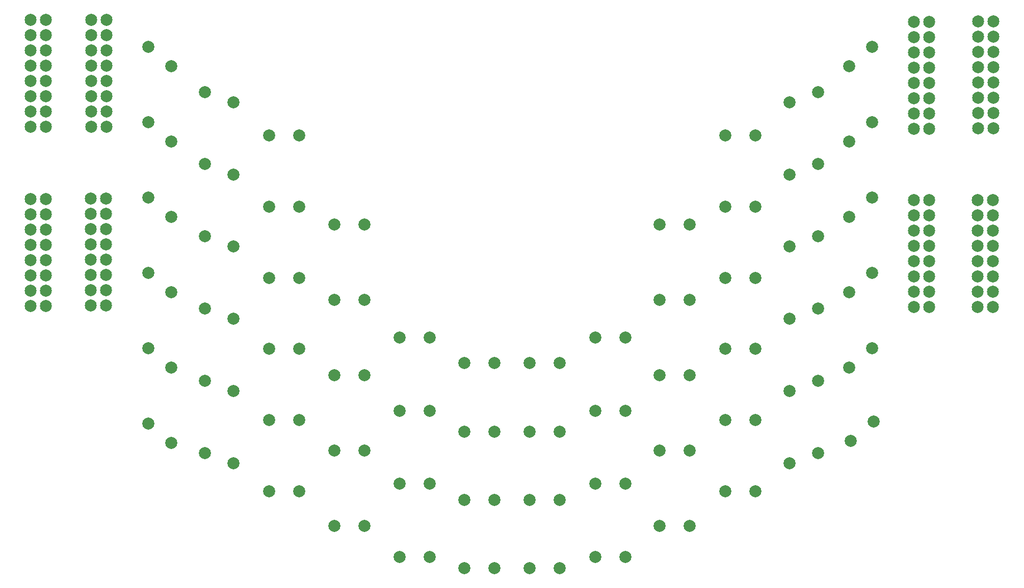
<source format=gbr>
G04 EAGLE Gerber RS-274X export*
G75*
%MOMM*%
%FSLAX34Y34*%
%LPD*%
%INSoldermask Top*%
%IPPOS*%
%AMOC8*
5,1,8,0,0,1.08239X$1,22.5*%
G01*
%ADD10C,1.993900*%
%ADD11C,2.003200*%


D10*
X1584198Y961644D03*
X1609598Y961644D03*
X1584198Y936244D03*
X1609598Y936244D03*
X1584198Y910844D03*
X1609598Y910844D03*
X1584198Y885444D03*
X1609598Y885444D03*
X1584198Y860044D03*
X1609598Y860044D03*
X1584198Y834644D03*
X1609598Y834644D03*
X1584198Y809244D03*
X1609598Y809244D03*
X1584198Y783844D03*
X1609598Y783844D03*
X1583944Y665480D03*
X1609344Y665480D03*
X1583944Y640080D03*
X1609344Y640080D03*
X1583944Y614680D03*
X1609344Y614680D03*
X1583944Y589280D03*
X1609344Y589280D03*
X1583944Y563880D03*
X1609344Y563880D03*
X1583944Y538480D03*
X1609344Y538480D03*
X1583944Y513080D03*
X1609344Y513080D03*
X1583944Y487680D03*
X1609344Y487680D03*
X1690116Y665480D03*
X1715516Y665480D03*
X1690116Y640080D03*
X1715516Y640080D03*
X1690116Y614680D03*
X1715516Y614680D03*
X1690116Y589280D03*
X1715516Y589280D03*
X1690116Y563880D03*
X1715516Y563880D03*
X1690116Y538480D03*
X1715516Y538480D03*
X1690116Y513080D03*
X1715516Y513080D03*
X1690116Y487680D03*
X1715516Y487680D03*
X1691132Y962660D03*
X1716532Y962660D03*
X1691132Y937260D03*
X1716532Y937260D03*
X1691132Y911860D03*
X1716532Y911860D03*
X1691132Y886460D03*
X1716532Y886460D03*
X1691132Y861060D03*
X1716532Y861060D03*
X1691132Y835660D03*
X1716532Y835660D03*
X1691132Y810260D03*
X1716532Y810260D03*
X1691132Y784860D03*
X1716532Y784860D03*
X216408Y667766D03*
X241808Y667766D03*
X216408Y642366D03*
X241808Y642366D03*
X216408Y616966D03*
X241808Y616966D03*
X216408Y591566D03*
X241808Y591566D03*
X216408Y566166D03*
X241808Y566166D03*
X216408Y540766D03*
X241808Y540766D03*
X216408Y515366D03*
X241808Y515366D03*
X216408Y489966D03*
X241808Y489966D03*
X217424Y965454D03*
X242824Y965454D03*
X217424Y940054D03*
X242824Y940054D03*
X217424Y914654D03*
X242824Y914654D03*
X217424Y889254D03*
X242824Y889254D03*
X217424Y863854D03*
X242824Y863854D03*
X217424Y838454D03*
X242824Y838454D03*
X217424Y813054D03*
X242824Y813054D03*
X217424Y787654D03*
X242824Y787654D03*
X116586Y965200D03*
X141986Y965200D03*
X116586Y939800D03*
X141986Y939800D03*
X116586Y914400D03*
X141986Y914400D03*
X116586Y889000D03*
X141986Y889000D03*
X116586Y863600D03*
X141986Y863600D03*
X116586Y838200D03*
X141986Y838200D03*
X116586Y812800D03*
X141986Y812800D03*
X116586Y787400D03*
X141986Y787400D03*
X116586Y667512D03*
X141986Y667512D03*
X116586Y642112D03*
X141986Y642112D03*
X116586Y616712D03*
X141986Y616712D03*
X116586Y591312D03*
X141986Y591312D03*
X116586Y565912D03*
X141986Y565912D03*
X116586Y540512D03*
X141986Y540512D03*
X116586Y515112D03*
X141986Y515112D03*
X116586Y489712D03*
X141986Y489712D03*
D11*
X1377760Y828247D03*
X1424744Y845348D03*
X1476800Y887781D03*
X1515103Y919920D03*
X1377760Y708189D03*
X1424744Y725290D03*
X1476800Y762515D03*
X1515103Y794654D03*
X1377760Y588131D03*
X1424744Y605232D03*
X1476800Y637248D03*
X1515103Y669388D03*
X1377760Y468073D03*
X1424744Y485174D03*
X1476800Y511982D03*
X1515103Y544122D03*
X1161650Y499436D03*
X1211650Y499436D03*
X1161650Y374144D03*
X1211650Y374144D03*
X1270682Y536275D03*
X1320682Y536275D03*
X1270682Y418028D03*
X1320682Y418028D03*
X1476800Y386716D03*
X1515103Y418855D03*
X1377760Y348015D03*
X1424744Y365116D03*
X1377760Y227957D03*
X1424744Y245058D03*
X1479317Y265405D03*
X1517619Y297544D03*
X1054980Y71578D03*
X1104980Y71578D03*
X1054980Y193479D03*
X1104980Y193479D03*
X945836Y53638D03*
X995836Y53638D03*
X945836Y167148D03*
X995836Y167148D03*
X1270682Y181534D03*
X1320682Y181534D03*
X1270682Y299781D03*
X1320682Y299781D03*
X1161650Y123560D03*
X1211650Y123560D03*
X1161650Y248852D03*
X1211650Y248852D03*
X1161650Y624728D03*
X1211650Y624728D03*
X1270682Y654522D03*
X1320682Y654522D03*
X1270682Y772769D03*
X1320682Y772769D03*
X945836Y280658D03*
X995836Y280658D03*
X945836Y394168D03*
X995836Y394168D03*
X1054980Y315380D03*
X1104980Y315380D03*
X1054980Y437280D03*
X1104980Y437280D03*
X621762Y499436D03*
X671762Y499436D03*
X621762Y374144D03*
X671762Y374144D03*
X513004Y536275D03*
X563004Y536275D03*
X513004Y418028D03*
X563004Y418028D03*
X312499Y418855D03*
X350802Y386716D03*
X406584Y365116D03*
X453569Y348015D03*
X406584Y245058D03*
X453569Y227957D03*
X312499Y293589D03*
X350802Y261450D03*
X406584Y845348D03*
X453569Y828247D03*
X312499Y919920D03*
X350802Y887781D03*
X406584Y725290D03*
X453569Y708189D03*
X312499Y794654D03*
X350802Y762515D03*
X406584Y605232D03*
X453569Y588131D03*
X312499Y669388D03*
X350802Y637248D03*
X406584Y485174D03*
X453569Y468073D03*
X312499Y544122D03*
X350802Y511982D03*
X621762Y624728D03*
X671762Y624728D03*
X513004Y654522D03*
X563004Y654522D03*
X513004Y772769D03*
X563004Y772769D03*
X837478Y280658D03*
X887478Y280658D03*
X837478Y394168D03*
X887478Y394168D03*
X729599Y315380D03*
X779599Y315380D03*
X729599Y437280D03*
X779599Y437280D03*
X729599Y71578D03*
X779599Y71578D03*
X729599Y193479D03*
X779599Y193479D03*
X837478Y53638D03*
X887478Y53638D03*
X837478Y167148D03*
X887478Y167148D03*
X513004Y181534D03*
X563004Y181534D03*
X513004Y299781D03*
X563004Y299781D03*
X621762Y123560D03*
X671762Y123560D03*
X621762Y248852D03*
X671762Y248852D03*
M02*

</source>
